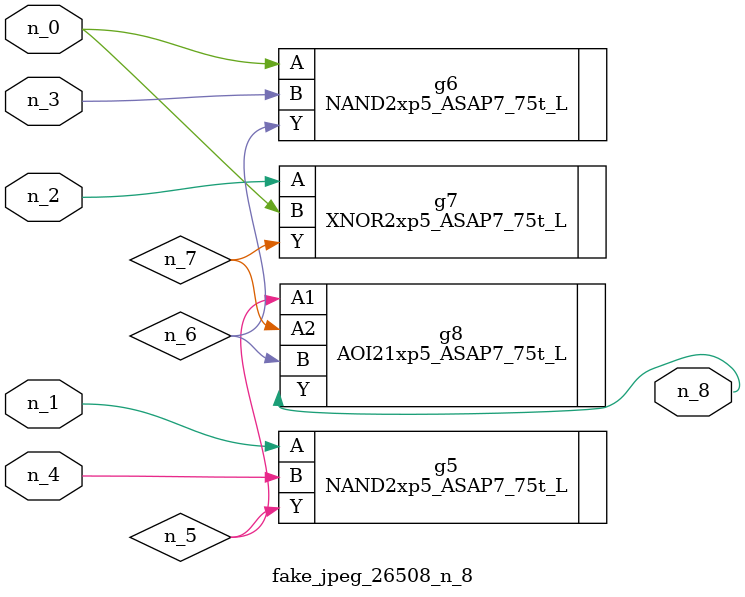
<source format=v>
module fake_jpeg_26508_n_8 (n_3, n_2, n_1, n_0, n_4, n_8);

input n_3;
input n_2;
input n_1;
input n_0;
input n_4;

output n_8;

wire n_6;
wire n_5;
wire n_7;

NAND2xp5_ASAP7_75t_L g5 ( 
.A(n_1),
.B(n_4),
.Y(n_5)
);

NAND2xp5_ASAP7_75t_L g6 ( 
.A(n_0),
.B(n_3),
.Y(n_6)
);

XNOR2xp5_ASAP7_75t_L g7 ( 
.A(n_2),
.B(n_0),
.Y(n_7)
);

AOI21xp5_ASAP7_75t_L g8 ( 
.A1(n_5),
.A2(n_7),
.B(n_6),
.Y(n_8)
);


endmodule
</source>
